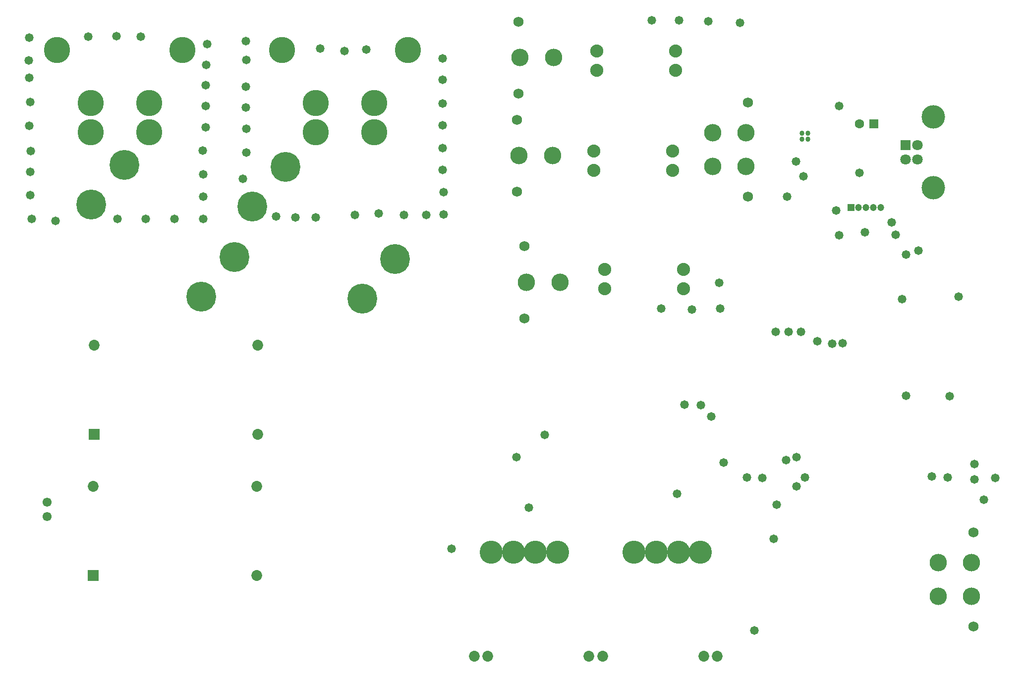
<source format=gbs>
G04*
G04 #@! TF.GenerationSoftware,Altium Limited,Altium Designer,18.1.7 (191)*
G04*
G04 Layer_Color=16711935*
%FSLAX25Y25*%
%MOIN*%
G70*
G01*
G75*
%ADD70C,0.20111*%
%ADD71C,0.15564*%
%ADD72C,0.07296*%
%ADD73C,0.06100*%
%ADD74C,0.17631*%
%ADD75C,0.11725*%
%ADD76C,0.06804*%
%ADD77C,0.08800*%
%ADD78C,0.04737*%
%ADD79R,0.04737X0.04737*%
%ADD80C,0.03398*%
%ADD81C,0.15761*%
%ADD82R,0.07099X0.07099*%
%ADD83C,0.07099*%
%ADD84R,0.06312X0.06312*%
%ADD85C,0.06312*%
%ADD86R,0.07296X0.07296*%
%ADD87C,0.05800*%
D70*
X217770Y567729D02*
D03*
X143880Y629730D02*
D03*
X121610Y603190D02*
D03*
X195500Y541189D02*
D03*
X326000Y566500D02*
D03*
X252110Y628501D02*
D03*
X229840Y601961D02*
D03*
X303730Y539960D02*
D03*
D71*
X390410Y369079D02*
D03*
X405371D02*
D03*
X420331D02*
D03*
X435292D02*
D03*
X486473D02*
D03*
X501434D02*
D03*
X516394D02*
D03*
X531355D02*
D03*
D72*
X379071Y299000D02*
D03*
X388363D02*
D03*
X456237D02*
D03*
X465528D02*
D03*
X533402D02*
D03*
X542694D02*
D03*
X233000Y353500D02*
D03*
Y413500D02*
D03*
X123000D02*
D03*
X233500Y448500D02*
D03*
Y508500D02*
D03*
X123500D02*
D03*
D73*
X91829Y402843D02*
D03*
Y393000D02*
D03*
D74*
X250000Y707000D02*
D03*
X334488D02*
D03*
X311929Y671567D02*
D03*
Y651882D02*
D03*
X272559Y671567D02*
D03*
Y651882D02*
D03*
X121071D02*
D03*
Y671567D02*
D03*
X160441Y651882D02*
D03*
Y671567D02*
D03*
X183000Y707000D02*
D03*
X98512D02*
D03*
D75*
X691059Y339559D02*
D03*
Y362000D02*
D03*
X713500Y339559D02*
D03*
Y362000D02*
D03*
X539559Y628941D02*
D03*
Y651382D02*
D03*
X562000Y628941D02*
D03*
Y651382D02*
D03*
X432441Y702000D02*
D03*
X410000D02*
D03*
X431720Y636000D02*
D03*
X409279D02*
D03*
X436721Y550791D02*
D03*
X414280D02*
D03*
D76*
X714780Y319205D02*
D03*
Y382354D02*
D03*
X563279Y608587D02*
D03*
Y671736D02*
D03*
X408720Y677709D02*
D03*
Y726291D02*
D03*
X408000Y611709D02*
D03*
Y660291D02*
D03*
X413000Y526500D02*
D03*
Y575083D02*
D03*
D77*
X520000Y546500D02*
D03*
Y559500D02*
D03*
X467000Y546500D02*
D03*
Y559500D02*
D03*
X512500Y626071D02*
D03*
Y639071D02*
D03*
X459500Y626071D02*
D03*
Y639071D02*
D03*
X514500Y693500D02*
D03*
Y706500D02*
D03*
X461500Y693500D02*
D03*
Y706500D02*
D03*
D78*
X652500Y601043D02*
D03*
X647500D02*
D03*
X642500D02*
D03*
X637500D02*
D03*
D79*
X632500D02*
D03*
D80*
X599428Y646991D02*
D03*
Y651141D02*
D03*
X603601D02*
D03*
Y646991D02*
D03*
D81*
X687890Y662043D02*
D03*
Y614641D02*
D03*
D82*
X669347Y643263D02*
D03*
D83*
Y633421D02*
D03*
X677221Y643263D02*
D03*
Y633421D02*
D03*
D84*
X648000Y657543D02*
D03*
D85*
X638157D02*
D03*
D86*
X123000Y353500D02*
D03*
X123500Y448500D02*
D03*
D87*
X97500Y592000D02*
D03*
X544000Y550500D02*
D03*
X544500Y533000D02*
D03*
X525500Y532500D02*
D03*
X505000Y533000D02*
D03*
X558000Y725500D02*
D03*
X536500Y726500D02*
D03*
X517000Y727000D02*
D03*
X498500D02*
D03*
X292000Y706500D02*
D03*
X358500Y611500D02*
D03*
X358000Y701500D02*
D03*
Y687000D02*
D03*
Y671000D02*
D03*
Y656500D02*
D03*
Y641000D02*
D03*
Y626500D02*
D03*
X306500Y707500D02*
D03*
X275500Y708000D02*
D03*
X358500Y596500D02*
D03*
X347000Y596000D02*
D03*
X332000D02*
D03*
X315000Y597000D02*
D03*
X299000Y596000D02*
D03*
X272500Y594500D02*
D03*
X259000D02*
D03*
X246000Y595000D02*
D03*
X223500Y620500D02*
D03*
X226000Y638000D02*
D03*
Y654000D02*
D03*
X225500Y668500D02*
D03*
Y682500D02*
D03*
X226000Y700500D02*
D03*
X225500Y713000D02*
D03*
X198500Y669500D02*
D03*
Y683500D02*
D03*
X199000Y697000D02*
D03*
X199500Y711000D02*
D03*
X198500Y655000D02*
D03*
X196686Y639500D02*
D03*
X155000Y716000D02*
D03*
X138500Y716500D02*
D03*
X80000Y715500D02*
D03*
X79500Y700000D02*
D03*
X80000Y688500D02*
D03*
X80400Y672000D02*
D03*
X80000Y656000D02*
D03*
X81000Y639071D02*
D03*
X80500Y625000D02*
D03*
Y609500D02*
D03*
X119500Y716000D02*
D03*
X197000Y623500D02*
D03*
X196711Y608587D02*
D03*
X196710Y593500D02*
D03*
X177509D02*
D03*
X158307D02*
D03*
X139105D02*
D03*
X81500D02*
D03*
X520500Y468500D02*
D03*
X729500Y419000D02*
D03*
X697500Y419500D02*
D03*
X687000Y420000D02*
D03*
X715500Y418000D02*
D03*
X426500Y448314D02*
D03*
X715500Y428500D02*
D03*
X669500Y474500D02*
D03*
X698839Y474000D02*
D03*
X722000Y404369D02*
D03*
X596000Y413500D02*
D03*
Y433000D02*
D03*
X589000Y431000D02*
D03*
X601661Y419543D02*
D03*
X407457Y433000D02*
D03*
X704870Y541000D02*
D03*
X624662Y669500D02*
D03*
X642000Y584496D02*
D03*
X622686Y599000D02*
D03*
X364000Y371500D02*
D03*
X638157Y624500D02*
D03*
X416000Y399000D02*
D03*
X515500Y408500D02*
D03*
X598957Y517500D02*
D03*
X581900D02*
D03*
X590500D02*
D03*
X609788Y511043D02*
D03*
X620000Y509500D02*
D03*
X626949Y509767D02*
D03*
X582400Y401043D02*
D03*
X567500Y316500D02*
D03*
X580500Y378000D02*
D03*
X573000Y419043D02*
D03*
X624662Y582354D02*
D03*
X562500Y419543D02*
D03*
X546839Y429543D02*
D03*
X538500Y460543D02*
D03*
X531500Y468043D02*
D03*
X678000Y572043D02*
D03*
X669500Y569496D02*
D03*
X589500Y608543D02*
D03*
X660000Y591043D02*
D03*
X662500Y582854D02*
D03*
X667000Y539370D02*
D03*
X600382Y622043D02*
D03*
X595500Y632043D02*
D03*
M02*

</source>
